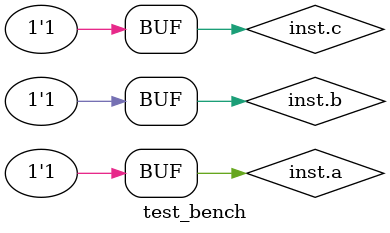
<source format=sv>
module test_bench;
    full_adder_if inst();
    full_adder di(inst);

    initial begin
        $monitor(" a= %b b = %b c = %b sum = %b carry = %b ",inst.a , inst.b, inst.c, inst.sum, inst.carry);
        inst.a = 0; inst.b = 0; inst.c = 0;
        #10;
        inst.a = 0; inst.b = 1; inst.c = 0;
        #10;
        inst.a = 1; inst.b = 0; inst.c = 0;
        #10;
        inst.a = 1; inst.b = 1; inst.c = 1;
        #10;
    end
endmodule

</source>
